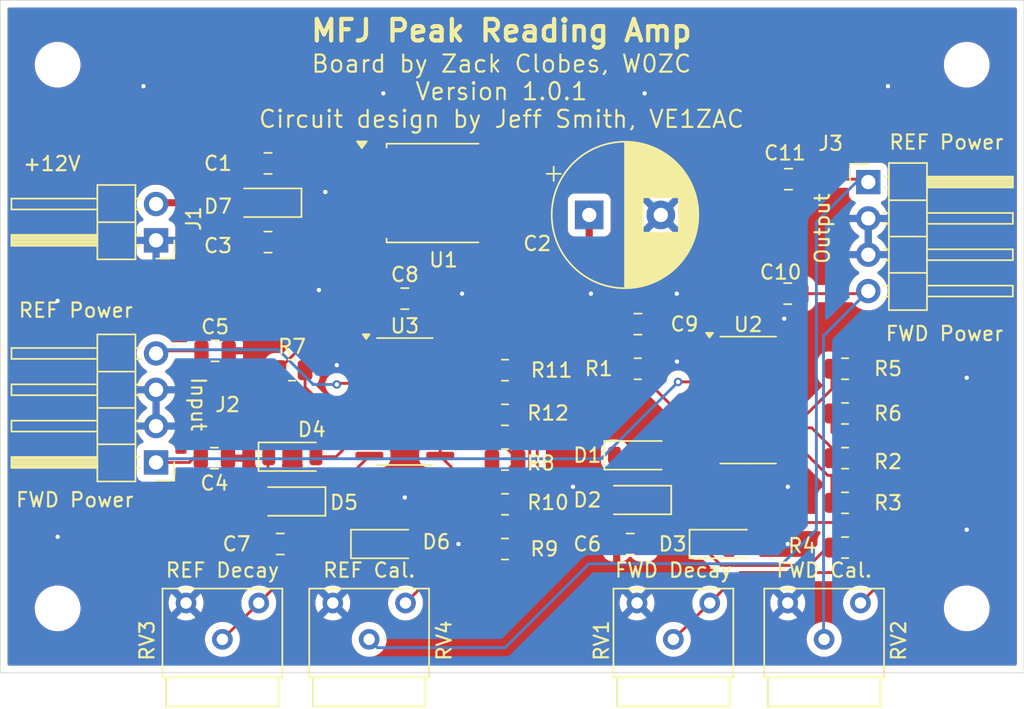
<source format=kicad_pcb>
(kicad_pcb (version 20240108) (generator "pcbnew") (generator_version "8.0")
  (layers (0 "F.Cu" signal) (31 "B.Cu" signal) (34 "B.Paste" user) (35 "F.Paste" user) (36 "B.SilkS" user "B.Silkscreen") (37 "F.SilkS" user "F.Silkscreen") (38 "B.Mask" user) (39 "F.Mask" user) (44 "Edge.Cuts" user))
  (net 0 "")
  (net 1 "Net-(J2-Pin_1)")
  (net 2 "GND")
  (net 3 "Net-(J2-Pin_4)")
  (net 4 "Net-(D1-K)")
  (net 5 "Net-(D1-A)")
  (net 6 "Net-(D2-K)")
  (net 7 "Net-(D3-K)")
  (net 8 "Net-(D4-K)")
  (net 9 "Net-(D4-A)")
  (net 10 "Net-(D5-K)")
  (net 11 "Net-(D6-K)")
  (net 12 "Net-(U2B-+)")
  (net 13 "Net-(U2A--)")
  (net 14 "Net-(U2C--)")
  (net 15 "Net-(R4-Pad2)")
  (net 16 "Net-(U2C-+)")
  (net 17 "Net-(J3-Pin_4)")
  (net 18 "Net-(U3A--)")
  (net 19 "Net-(U3B-+)")
  (net 20 "Net-(U3C--)")
  (net 21 "Net-(R9-Pad2)")
  (net 22 "Net-(U3C-+)")
  (net 23 "Net-(J3-Pin_1)")
  (net 24 "Net-(D7-K)")
  (net 25 "+8V")
  (net 26 "Net-(R6-Pad1)")
  (net 27 "Net-(R12-Pad1)")
  (net 30 "Net-(D7-A)")
  (footprint "Resistor_SMD:R_0805_2012Metric" (layer "F.Cu") (at 110.25 129.1)
    (property "Reference" "R8" (at 2.5 0.25 0) (layer "F.SilkS"))
    (property "Value" "22k" (hide yes))
    (pad "1" smd roundrect (at -0.9125 0) (size 1.025 1.4) (layers "F.Cu" "F.Paste" "F.Mask") (roundrect_rratio 0.243902) (net 9 "Net-(D4-A)"))
    (pad "2" smd roundrect (at 0.9125 0) (size 1.025 1.4) (layers "F.Cu" "F.Paste" "F.Mask") (roundrect_rratio 0.243902) (net 20 "Net-(U3C--)"))
  )
  (footprint "Resistor_SMD:R_0805_2012Metric" (layer "F.Cu") (at 134 122.75)
    (property "Reference" "R5" (at 3 0 0) (layer "F.SilkS"))
    (property "Value" "10k" (hide yes))
    (pad "1" smd roundrect (at -0.9125 0) (size 1.025 1.4) (layers "F.Cu" "F.Paste" "F.Mask") (roundrect_rratio 0.243902) (net 16 "Net-(U2C-+)"))
    (pad "2" smd roundrect (at 0.9125 0) (size 1.025 1.4) (layers "F.Cu" "F.Paste" "F.Mask") (roundrect_rratio 0.243902) (net 7 "Net-(D3-K)"))
  )
  (footprint "Capacitor_THT:CP_Radial_D10.0mm_P5.00mm" (layer "F.Cu") (at 116.132323 112)
    (property "Reference" "C2" (at -3.632323 2 0) (layer "F.SilkS"))
    (property "Value" "100uF" (hide yes))
    (pad "1" thru_hole rect (at 0 0) (size 2 2) (drill 1) (layers "*.Cu" "*.Mask") (net 25 "+8V"))
    (pad "2" thru_hole circle (at 5 0) (size 2 2) (drill 1) (layers "*.Cu" "*.Mask") (net 2 "GND"))
  )
  (footprint "MountingHole:MountingHole_2.7mm_M2.5" (layer "F.Cu") (at 142.5 101.5)
    (property "Reference" "H2" (hide yes))
    (property "Value" "MountingHole" (hide yes))
    (pad "" np_thru_hole circle (at 0 0) (size 2.7 2.7) (drill 2.7) (layers "*.Cu" "*.Mask"))
  )
  (footprint "Potentiometer_THT:Potentiometer_Bourns_3339W_Horizontal" (layer "F.Cu") (at 124.55 139.125 -90)
    (property "Reference" "RV1" (at 2.625 7.56 90) (layer "F.SilkS"))
    (property "Value" "1M Pot" (hide yes))
    (property "Label" "FWD Decay" (at -2.29 2.54 0) (layer "F.SilkS"))
    (pad "1" thru_hole circle (at 0 0 270) (size 1.44 1.44) (drill 0.8) (layers "*.Cu" "*.Mask") (net 15 "Net-(R4-Pad2)"))
    (pad "2" thru_hole circle (at 2.54 2.54 270) (size 1.44 1.44) (drill 0.8) (layers "*.Cu" "*.Mask") (net 15 "Net-(R4-Pad2)"))
    (pad "3" thru_hole circle (at 0 5.08 270) (size 1.44 1.44) (drill 0.8) (layers "*.Cu" "*.Mask") (net 2 "GND"))
  )
  (footprint "MountingHole:MountingHole_2.7mm_M2.5" (layer "F.Cu") (at 79 139.5)
    (property "Reference" "H4" (hide yes))
    (property "Value" "MountingHole" (hide yes))
    (pad "" np_thru_hole circle (at 0 0) (size 2.7 2.7) (drill 2.7) (layers "*.Cu" "*.Mask"))
  )
  (footprint "Potentiometer_THT:Potentiometer_Bourns_3339W_Horizontal" (layer "F.Cu") (at 135.08 139.125 -90)
    (property "Reference" "RV2" (at 2.625 -2.67 90) (layer "F.SilkS"))
    (property "Value" "5k" (hide yes))
    (property "Label" "FWD Cal." (at -2.29 2.54 0) (layer "F.SilkS"))
    (pad "1" thru_hole circle (at 0 0 270) (size 1.44 1.44) (drill 0.8) (layers "*.Cu" "*.Mask") (net 26 "Net-(R6-Pad1)"))
    (pad "2" thru_hole circle (at 2.54 2.54 270) (size 1.44 1.44) (drill 0.8) (layers "*.Cu" "*.Mask") (net 17 "Net-(J3-Pin_4)"))
    (pad "3" thru_hole circle (at 0 5.08 270) (size 1.44 1.44) (drill 0.8) (layers "*.Cu" "*.Mask") (net 2 "GND"))
  )
  (footprint "Capacitor_SMD:C_0805_2012Metric" (layer "F.Cu") (at 93.6975 113.8975 180)
    (property "Reference" "C3" (at 3.4975 -0.25 0) (layer "F.SilkS"))
    (property "Value" "10nF" (hide yes))
    (pad "1" smd roundrect (at -0.95 0 180) (size 1 1.45) (layers "F.Cu" "F.Paste" "F.Mask") (net 25 "+8V"))
    (pad "2" smd roundrect (at 0.95 0 180) (size 1 1.45) (layers "F.Cu" "F.Paste" "F.Mask") (net 2 "GND"))
  )
  (footprint "Diode_SMD:D_SOD-123" (layer "F.Cu") (at 95.395 128.9)
    (property "Reference" "D4" (at 1.355 -1.9 0) (layer "F.SilkS"))
    (property "Value" "1N4148" (hide yes))
    (pad "1" smd roundrect (at -1.65 0) (size 0.9 1.2) (layers "F.Cu" "F.Paste" "F.Mask") (net 8 "Net-(D4-K)"))
    (pad "2" smd roundrect (at 1.65 0) (size 0.9 1.2) (layers "F.Cu" "F.Paste" "F.Mask") (net 9 "Net-(D4-A)"))
  )
  (footprint "Potentiometer_THT:Potentiometer_Bourns_3339W_Horizontal" (layer "F.Cu") (at 93.05 139.125 -90)
    (property "Reference" "RV3" (at 2.625 7.8 90) (layer "F.SilkS"))
    (property "Value" "1M Pot" (hide yes))
    (property "Label" "REF Decay" (at -2.29 2.54 0) (layer "F.SilkS"))
    (pad "1" thru_hole circle (at 0 0 270) (size 1.44 1.44) (drill 0.8) (layers "*.Cu" "*.Mask") (net 21 "Net-(R9-Pad2)"))
    (pad "2" thru_hole circle (at 2.54 2.54 270) (size 1.44 1.44) (drill 0.8) (layers "*.Cu" "*.Mask") (net 21 "Net-(R9-Pad2)"))
    (pad "3" thru_hole circle (at 0 5.08 270) (size 1.44 1.44) (drill 0.8) (layers "*.Cu" "*.Mask") (net 2 "GND"))
  )
  (footprint "Resistor_SMD:R_0805_2012Metric" (layer "F.Cu") (at 110.25 122.85)
    (property "Reference" "R11" (at 3.25 0 0) (layer "F.SilkS"))
    (property "Value" "10k" (hide yes))
    (pad "1" smd roundrect (at -0.9125 0) (size 1.025 1.4) (layers "F.Cu" "F.Paste" "F.Mask") (roundrect_rratio 0.243902) (net 22 "Net-(U3C-+)"))
    (pad "2" smd roundrect (at 0.9125 0) (size 1.025 1.4) (layers "F.Cu" "F.Paste" "F.Mask") (roundrect_rratio 0.243902) (net 11 "Net-(D6-K)"))
  )
  (footprint "Resistor_SMD:R_0805_2012Metric" (layer "F.Cu") (at 134 129)
    (property "Reference" "R2" (at 3 0.25 0) (layer "F.SilkS"))
    (property "Value" "22k" (hide yes))
    (pad "1" smd roundrect (at -0.9125 0) (size 1.025 1.4) (layers "F.Cu" "F.Paste" "F.Mask") (roundrect_rratio 0.243902) (net 5 "Net-(D1-A)"))
    (pad "2" smd roundrect (at 0.9125 0) (size 1.025 1.4) (layers "F.Cu" "F.Paste" "F.Mask") (roundrect_rratio 0.243902) (net 14 "Net-(U2C--)"))
  )
  (footprint "Diode_SMD:D_SOD-123" (layer "F.Cu") (at 101.85 135)
    (property "Reference" "D6" (at 3.605 -0.15 0) (layer "F.SilkS"))
    (property "Value" "1N4148" (hide yes))
    (pad "1" smd roundrect (at -1.65 0) (size 0.9 1.2) (layers "F.Cu" "F.Paste" "F.Mask") (net 11 "Net-(D6-K)"))
    (pad "2" smd roundrect (at 1.65 0) (size 0.9 1.2) (layers "F.Cu" "F.Paste" "F.Mask") (net 10 "Net-(D5-K)"))
  )
  (footprint "Capacitor_SMD:C_0805_2012Metric" (layer "F.Cu") (at 89.95 129)
    (property "Reference" "C4" (at 0 1.75 0) (layer "F.SilkS"))
    (property "Value" "10nF" (hide yes))
    (pad "1" smd roundrect (at -0.95 0) (size 1 1.45) (layers "F.Cu" "F.Paste" "F.Mask") (net 1 "Net-(J2-Pin_1)"))
    (pad "2" smd roundrect (at 0.95 0) (size 1 1.45) (layers "F.Cu" "F.Paste" "F.Mask") (net 2 "GND"))
  )
  (footprint "Potentiometer_THT:Potentiometer_Bourns_3339W_Horizontal" (layer "F.Cu") (at 103.3 139.125 -90)
    (property "Reference" "RV4" (at 2.625 -2.7 90) (layer "F.SilkS"))
    (property "Value" "5k" (hide yes))
    (property "Label" "REF Cal." (at -2.29 2.54 0) (layer "F.SilkS"))
    (pad "1" thru_hole circle (at 0 0 270) (size 1.44 1.44) (drill 0.8) (layers "*.Cu" "*.Mask") (net 27 "Net-(R12-Pad1)"))
    (pad "2" thru_hole circle (at 2.54 2.54 270) (size 1.44 1.44) (drill 0.8) (layers "*.Cu" "*.Mask") (net 23 "Net-(J3-Pin_1)"))
    (pad "3" thru_hole circle (at 0 5.08 270) (size 1.44 1.44) (drill 0.8) (layers "*.Cu" "*.Mask") (net 2 "GND"))
  )
  (footprint "MountingHole:MountingHole_2.7mm_M2.5" (layer "F.Cu") (at 142.5 139.5)
    (property "Reference" "H3" (hide yes))
    (property "Value" "MountingHole" (hide yes))
    (pad "" np_thru_hole circle (at 0 0) (size 2.7 2.7) (drill 2.7) (layers "*.Cu" "*.Mask"))
  )
  (footprint "Capacitor_SMD:C_0805_2012Metric" (layer "F.Cu") (at 103.25 117.85)
    (property "Reference" "C8" (at 0 -1.68 0) (layer "F.SilkS"))
    (property "Value" "10nF" (hide yes))
    (pad "1" smd roundrect (at -0.95 0) (size 1 1.45) (layers "F.Cu" "F.Paste" "F.Mask") (net 25 "+8V"))
    (pad "2" smd roundrect (at 0.95 0) (size 1 1.45) (layers "F.Cu" "F.Paste" "F.Mask") (net 2 "GND"))
  )
  (footprint "Resistor_SMD:R_0805_2012Metric" (layer "F.Cu") (at 110.25 125.975 180)
    (property "Reference" "R12" (at -3 0.125 0) (layer "F.SilkS"))
    (property "Value" "10k" (hide yes))
    (pad "1" smd roundrect (at -0.9125 0 180) (size 1.025 1.4) (layers "F.Cu" "F.Paste" "F.Mask") (roundrect_rratio 0.243902) (net 27 "Net-(R12-Pad1)"))
    (pad "2" smd roundrect (at 0.9125 0 180) (size 1.025 1.4) (layers "F.Cu" "F.Paste" "F.Mask") (roundrect_rratio 0.243902) (net 20 "Net-(U3C--)"))
  )
  (footprint "Resistor_SMD:R_0805_2012Metric" (layer "F.Cu") (at 134 132.125)
    (property "Reference" "R3" (at 3 0 0) (layer "F.SilkS"))
    (property "Value" "1M" (hide yes))
    (pad "1" smd roundrect (at -0.9125 0) (size 1.025 1.4) (layers "F.Cu" "F.Paste" "F.Mask") (roundrect_rratio 0.243902) (net 14 "Net-(U2C--)"))
    (pad "2" smd roundrect (at 0.9125 0) (size 1.025 1.4) (layers "F.Cu" "F.Paste" "F.Mask") (roundrect_rratio 0.243902) (net 6 "Net-(D2-K)"))
  )
  (footprint "Capacitor_SMD:C_0805_2012Metric" (layer "F.Cu") (at 119.535 119.63 180)
    (property "Reference" "C9" (at -3.25 0 0) (layer "F.SilkS"))
    (property "Value" "10nF" (hide yes))
    (pad "1" smd roundrect (at -0.95 0 180) (size 1 1.45) (layers "F.Cu" "F.Paste" "F.Mask") (net 25 "+8V"))
    (pad "2" smd roundrect (at 0.95 0 180) (size 1 1.45) (layers "F.Cu" "F.Paste" "F.Mask") (net 2 "GND"))
  )
  (footprint "Capacitor_SMD:C_0805_2012Metric" (layer "F.Cu") (at 130 117.5 180)
    (property "Reference" "C10" (at 0.5 1.5 0) (layer "F.SilkS"))
    (property "Value" "10nF" (hide yes))
    (pad "1" smd roundrect (at -0.95 0 180) (size 1 1.45) (layers "F.Cu" "F.Paste" "F.Mask") (net 17 "Net-(J3-Pin_4)"))
    (pad "2" smd roundrect (at 0.95 0 180) (size 1 1.45) (layers "F.Cu" "F.Paste" "F.Mask") (net 2 "GND"))
  )
  (footprint "Capacitor_SMD:C_0805_2012Metric" (layer "F.Cu") (at 90 121.5)
    (property "Reference" "C5" (at 0 -1.68 0) (layer "F.SilkS"))
    (property "Value" "10nF" (hide yes))
    (pad "1" smd roundrect (at -0.95 0) (size 1 1.45) (layers "F.Cu" "F.Paste" "F.Mask") (net 3 "Net-(J2-Pin_4)"))
    (pad "2" smd roundrect (at 0.95 0) (size 1 1.45) (layers "F.Cu" "F.Paste" "F.Mask") (net 2 "GND"))
  )
  (footprint "Capacitor_SMD:C_0805_2012Metric" (layer "F.Cu") (at 94.55 135 180)
    (property "Reference" "C7" (at 3.05 0 0) (layer "F.SilkS"))
    (property "Value" "2.2uF" (hide yes))
    (pad "1" smd roundrect (at -0.95 0 180) (size 1 1.45) (layers "F.Cu" "F.Paste" "F.Mask") (net 11 "Net-(D6-K)"))
    (pad "2" smd roundrect (at 0.95 0 180) (size 1 1.45) (layers "F.Cu" "F.Paste" "F.Mask") (net 2 "GND"))
  )
  (footprint "Diode_SMD:D_SOD-123" (layer "F.Cu") (at 119.545 128.8)
    (property "Reference" "D1" (at -3.545 0 0) (layer "F.SilkS"))
    (property "Value" "1N4148" (hide yes))
    (pad "1" smd roundrect (at -1.65 0) (size 0.9 1.2) (layers "F.Cu" "F.Paste" "F.Mask") (net 4 "Net-(D1-K)"))
    (pad "2" smd roundrect (at 1.65 0) (size 0.9 1.2) (layers "F.Cu" "F.Paste" "F.Mask") (net 5 "Net-(D1-A)"))
  )
  (footprint "Connector_PinHeader_2.54mm:PinHeader_1x02_P2.54mm_Horizontal" (layer "F.Cu") (at 85.875 113.775 180)
    (property "Reference" "J1" (at -2.625 1.525 90) (layer "F.SilkS"))
    (property "Value" "Conn_01x02_Pin" (hide yes))
    (pad "1" thru_hole rect (at 0 0 180) (size 1.7 1.7) (drill 1) (layers "*.Cu" "*.Mask") (net 2 "GND"))
    (pad "2" thru_hole oval (at 0 2.54 180) (size 1.7 1.7) (drill 1) (layers "*.Cu" "*.Mask") (net 30 "Net-(D7-A)"))
  )
  (footprint "Capacitor_SMD:C_0805_2012Metric" (layer "F.Cu") (at 119 135 180)
    (property "Reference" "C6" (at 3 0 0) (layer "F.SilkS"))
    (property "Value" "2.2uF" (hide yes))
    (pad "1" smd roundrect (at -0.95 0 180) (size 1 1.45) (layers "F.Cu" "F.Paste" "F.Mask") (net 7 "Net-(D3-K)"))
    (pad "2" smd roundrect (at 0.95 0 180) (size 1 1.45) (layers "F.Cu" "F.Paste" "F.Mask") (net 2 "GND"))
  )
  (footprint "Package_SO:SOIC-14_3.9x8.7mm_P1.27mm" (layer "F.Cu") (at 127.235 124.94)
    (property "Reference" "U2" (at 0 -5.28 0) (layer "F.SilkS"))
    (property "Value" "LM324")
    (pad "1" smd roundrect (at -2.475 -3.81) (size 1.95 0.6) (layers "F.Cu" "F.Paste" "F.Mask") (net 13 "Net-(U2A--)"))
    (pad "2" smd roundrect (at -2.475 -2.54) (size 1.95 0.6) (layers "F.Cu" "F.Paste" "F.Mask") (net 13 "Net-(U2A--)"))
    (pad "3" smd roundrect (at -2.475 -1.27) (size 1.95 0.6) (layers "F.Cu" "F.Paste" "F.Mask") (net 1 "Net-(J2-Pin_1)"))
    (pad "4" smd roundrect (at -2.475 0) (size 1.95 0.6) (layers "F.Cu" "F.Paste" "F.Mask") (net 25 "+8V"))
    (pad "5" smd roundrect (at -2.475 1.27) (size 1.95 0.6) (layers "F.Cu" "F.Paste" "F.Mask") (net 12 "Net-(U2B-+)"))
    (pad "6" smd roundrect (at -2.475 2.54) (size 1.95 0.6) (layers "F.Cu" "F.Paste" "F.Mask") (net 5 "Net-(D1-A)"))
    (pad "7" smd roundrect (at -2.475 3.81) (size 1.95 0.6) (layers "F.Cu" "F.Paste" "F.Mask") (net 4 "Net-(D1-K)"))
    (pad "8" smd roundrect (at 2.475 3.81) (size 1.95 0.6) (layers "F.Cu" "F.Paste" "F.Mask") (net 14 "Net-(U2C--)"))
    (pad "9" smd roundrect (at 2.475 2.54) (size 1.95 0.6) (layers "F.Cu" "F.Paste" "F.Mask") (net 14 "Net-(U2C--)"))
    (pad "10" smd roundrect (at 2.475 1.27) (size 1.95 0.6) (layers "F.Cu" "F.Paste" "F.Mask") (net 16 "Net-(U2C-+)"))
    (pad "11" smd roundrect (at 2.475 0) (size 1.95 0.6) (layers "F.Cu" "F.Paste" "F.Mask") (net 2 "GND"))
    (pad "12" smd roundrect (at 2.475 -1.27) (size 1.95 0.6) (layers "F.Cu" "F.Paste" "F.Mask") (net 2 "GND"))
    (pad "13" smd roundrect (at 2.475 -2.54) (size 1.95 0.6) (layers "F.Cu" "F.Paste" "F.Mask") (net 2 "GND"))
    (pad "14" smd roundrect (at 2.475 -3.81) (size 1.95 0.6) (layers "F.Cu" "F.Paste" "F.Mask"))
  )
  (footprint "Diode_SMD:D_SOD-123" (layer "F.Cu") (at 95.35 132.025 180)
    (property "Reference" "D5" (at -3.65 -0.075 0) (layer "F.SilkS"))
    (property "Value" "1N4148" (hide yes))
    (pad "1" smd roundrect (at -1.65 0 180) (size 0.9 1.2) (layers "F.Cu" "F.Paste" "F.Mask") (net 10 "Net-(D5-K)"))
    (pad "2" smd roundrect (at 1.65 0 180) (size 0.9 1.2) (layers "F.Cu" "F.Paste" "F.Mask") (net 8 "Net-(D4-K)"))
  )
  (footprint "Resistor_SMD:R_0805_2012Metric" (layer "F.Cu") (at 134 125.875 180)
    (property "Reference" "R6" (at -3 0 0) (layer "F.SilkS"))
    (property "Value" "10k" (hide yes))
    (pad "1" smd roundrect (at -0.9125 0 180) (size 1.025 1.4) (layers "F.Cu" "F.Paste" "F.Mask") (roundrect_rratio 0.243902) (net 26 "Net-(R6-Pad1)"))
    (pad "2" smd roundrect (at 0.9125 0 180) (size 1.025 1.4) (layers "F.Cu" "F.Paste" "F.Mask") (roundrect_rratio 0.243902) (net 14 "Net-(U2C--)"))
  )
  (footprint "Connector_PinHeader_2.54mm:PinHeader_1x04_P2.54mm_Horizontal" (layer "F.Cu") (at 135.625 109.7)
    (property "Reference" "J3" (at -2.625 -2.7 180) (layer "F.SilkS"))
    (property "Value" "Conn_01x04_Pin" (hide yes))
    (pad "1" thru_hole rect (at 0 0) (size 1.7 1.7) (drill 1) (layers "*.Cu" "*.Mask") (net 23 "Net-(J3-Pin_1)"))
    (pad "2" thru_hole oval (at 0 2.54) (size 1.7 1.7) (drill 1) (layers "*.Cu" "*.Mask") (net 2 "GND"))
    (pad "3" thru_hole oval (at 0 5.08) (size 1.7 1.7) (drill 1) (layers "*.Cu" "*.Mask") (net 2 "GND"))
    (pad "4" thru_hole oval (at 0 7.62) (size 1.7 1.7) (drill 1) (layers "*.Cu" "*.Mask") (net 17 "Net-(J3-Pin_4)"))
  )
  (footprint "Diode_SMD:D_SOD-123" (layer "F.Cu") (at 119.5 131.925 180)
    (property "Reference" "D2" (at 3.5 0 0) (layer "F.SilkS"))
    (property "Value" "1N4148" (hide yes))
    (pad "1" smd roundrect (at -1.65 0 180) (size 0.9 1.2) (layers "F.Cu" "F.Paste" "F.Mask") (net 6 "Net-(D2-K)"))
    (pad "2" smd roundrect (at 1.65 0 180) (size 0.9 1.2) (layers "F.Cu" "F.Paste" "F.Mask") (net 4 "Net-(D1-K)"))
  )
  (footprint "Diode_SMD:D_SOD-123" (layer "F.Cu") (at 125.5 135)
    (property "Reference" "D3" (at -3.545 0 0) (layer "F.SilkS"))
    (property "Value" "1N4148" (hide yes))
    (pad "1" smd roundrect (at -1.65 0) (size 0.9 1.2) (layers "F.Cu" "F.Paste" "F.Mask") (net 7 "Net-(D3-K)"))
    (pad "2" smd roundrect (at 1.65 0) (size 0.9 1.2) (layers "F.Cu" "F.Paste" "F.Mask") (net 6 "Net-(D2-K)"))
  )
  (footprint "Connector_PinHeader_2.54mm:PinHeader_1x04_P2.54mm_Horizontal" (layer "F.Cu") (at 85.875 129.3 180)
    (property "Reference" "J2" (at -5 4.04 180) (layer "F.SilkS"))
    (property "Value" "Conn_01x04_Pin" (hide yes))
    (pad "1" thru_hole rect (at 0 0 180) (size 1.7 1.7) (drill 1) (layers "*.Cu" "*.Mask") (net 1 "Net-(J2-Pin_1)"))
    (pad "2" thru_hole oval (at 0 2.54 180) (size 1.7 1.7) (drill 1) (layers "*.Cu" "*.Mask") (net 2 "GND"))
    (pad "3" thru_hole oval (at 0 5.08 180) (size 1.7 1.7) (drill 1) (layers "*.Cu" "*.Mask") (net 2 "GND"))
    (pad "4" thru_hole oval (at 0 7.62 180) (size 1.7 1.7) (drill 1) (layers "*.Cu" "*.Mask") (net 3 "Net-(J2-Pin_4)"))
  )
  (footprint "Resistor_SMD:R_0805_2012Metric" (layer "F.Cu") (at 110.25 135.35)
    (property "Reference" "R9" (at 2.75 0 0) (layer "F.SilkS"))
    (property "Value" "10k" (hide yes))
    (pad "1" smd roundrect (at -0.9125 0) (size 1.025 1.4) (layers "F.Cu" "F.Paste" "F.Mask") (roundrect_rratio 0.243902) (net 11 "Net-(D6-K)"))
    (pad "2" smd roundrect (at 0.9125 0) (size 1.025 1.4) (layers "F.Cu" "F.Paste" "F.Mask") (roundrect_rratio 0.243902) (net 21 "Net-(R9-Pad2)"))
  )
  (footprint "Resistor_SMD:R_0805_2012Metric" (layer "F.Cu") (at 134 135.25)
    (property "Reference" "R4" (at -3 -0.12 0) (layer "F.SilkS"))
    (property "Value" "10k" (hide yes))
    (pad "1" smd roundrect (at -0.9125 0) (size 1.025 1.4) (layers "F.Cu" "F.Paste" "F.Mask") (roundrect_rratio 0.243902) (net 7 "Net-(D3-K)"))
    (pad "2" smd roundrect (at 0.9125 0) (size 1.025 1.4) (layers "F.Cu" "F.Paste" "F.Mask") (roundrect_rratio 0.243902) (net 15 "Net-(R4-Pad2)"))
  )
  (footprint "Capacitor_SMD:C_0805_2012Metric" (layer "F.Cu") (at 130.05 109.5 180)
    (property "Reference" "C11" (at 0.25 1.83 0) (layer "F.SilkS"))
    (property "Value" "10nF" (hide yes))
    (pad "1" smd roundrect (at -0.95 0 180) (size 1 1.45) (layers "F.Cu" "F.Paste" "F.Mask") (net 23 "Net-(J3-Pin_1)"))
    (pad "2" smd roundrect (at 0.95 0 180) (size 1 1.45) (layers "F.Cu" "F.Paste" "F.Mask") (net 2 "GND"))
  )
  (footprint "Resistor_SMD:R_0805_2012Metric" (layer "F.Cu") (at 110.25 132.225)
    (property "Reference" "R10" (at 3 -0.125 0) (layer "F.SilkS"))
    (property "Value" "1M" (hide yes))
    (pad "1" smd roundrect (at -0.9125 0) (size 1.025 1.4) (layers "F.Cu" "F.Paste" "F.Mask") (roundrect_rratio 0.243902) (net 20 "Net-(U3C--)"))
    (pad "2" smd roundrect (at 0.9125 0) (size 1.025 1.4) (layers "F.Cu" "F.Paste" "F.Mask") (roundrect_rratio 0.243902) (net 10 "Net-(D5-K)"))
  )
  (footprint "Package_TO_SOT_SMD:TO-252-3_TabPin2" (layer "F.Cu") (at 105.29 110.47)
    (property "Reference" "U1" (at 0.66 4.6775 180) (layer "F.SilkS"))
    (property "Value" "LM7808_TO220" (hide yes))
    (pad "1" smd roundrect (at -5.04 -2.28) (size 2.2 1.2) (layers "F.Cu" "F.Paste" "F.Mask") (roundrect_rratio 0.208333) (net 24 "Net-(D7-K)"))
    (pad "2" smd roundrect (at -5.04 0) (size 2.2 1.2) (layers "F.Cu" "F.Paste" "F.Mask") (roundrect_rratio 0.208333) (net 2 "GND"))
    (pad "2" smd roundrect (at -0.415 -1.525) (size 3.05 2.75) (layers "F.Cu" "F.Paste") (roundrect_rratio 0.090909) (net 2 "GND"))
    (pad "2" smd roundrect (at -0.415 1.525) (size 3.05 2.75) (layers "F.Cu" "F.Paste") (roundrect_rratio 0.090909) (net 2 "GND"))
    (pad "2" smd roundrect (at 1.26 0) (size 6.4 5.8) (layers "F.Cu" "F.Mask") (roundrect_rratio 0.043103) (net 2 "GND"))
    (pad "2" smd roundrect (at 2.935 -1.525) (size 3.05 2.75) (layers "F.Cu" "F.Paste") (roundrect_rratio 0.090909) (net 2 "GND"))
    (pad "2" smd roundrect (at 2.935 1.525) (size 3.05 2.75) (layers "F.Cu" "F.Paste") (roundrect_rratio 0.090909) (net 2 "GND"))
    (pad "3" smd roundrect (at -5.04 2.28) (size 2.2 1.2) (layers "F.Cu" "F.Paste" "F.Mask") (roundrect_rratio 0.208333) (net 25 "+8V"))
  )
  (footprint "Capacitor_SMD:C_0805_2012Metric" (layer "F.Cu") (at 93.6975 108.3975 180)
    (property "Reference" "C1" (at 3.4975 0 0) (layer "F.SilkS"))
    (property "Value" "10nF" (hide yes))
    (pad "1" smd roundrect (at -0.95 0 180) (size 1 1.45) (layers "F.Cu" "F.Paste" "F.Mask") (net 24 "Net-(D7-K)"))
    (pad "2" smd roundrect (at 0.95 0 180) (size 1 1.45) (layers "F.Cu" "F.Paste" "F.Mask") (net 2 "GND"))
  )
  (footprint "Resistor_SMD:R_0805_2012Metric" (layer "F.Cu") (at 95.3725 122.85)
    (property "Reference" "R7" (at 0 -1.65 0) (layer "F.SilkS"))
    (property "Value" "10k" (hide yes))
    (pad "1" smd roundrect (at -0.9125 0) (size 1.025 1.4) (layers "F.Cu" "F.Paste" "F.Mask") (roundrect_rratio 0.243902) (net 18 "Net-(U3A--)"))
    (pad "2" smd roundrect (at 0.9125 0) (size 1.025 1.4) (layers "F.Cu" "F.Paste" "F.Mask") (roundrect_rratio 0.243902) (net 19 "Net-(U3B-+)"))
  )
  (footprint "MountingHole:MountingHole_2.7mm_M2.5" (layer "F.Cu") (at 79 101.5)
    (property "Reference" "H1" (hide yes))
    (property "Value" "MountingHole" (hide yes))
    (pad "" np_thru_hole circle (at 0 0) (size 2.7 2.7) (drill 2.7) (layers "*.Cu" "*.Mask"))
  )
  (footprint "Resistor_SMD:R_0805_2012Metric" (layer "F.Cu") (at 119.5225 122.75)
    (property "Reference" "R1" (at -2.7275 0 0) (layer "F.SilkS"))
    (property "Value" "10k" (hide yes))
    (pad "1" smd roundrect (at -0.9125 0) (size 1.025 1.4) (layers "F.Cu" "F.Paste" "F.Mask") (roundrect_rratio 0.243902) (net 13 "Net-(U2A--)"))
    (pad "2" smd roundrect (at 0.9125 0) (size 1.025 1.4) (layers "F.Cu" "F.Paste" "F.Mask") (roundrect_rratio 0.243902) (net 12 "Net-(U2B-+)"))
  )
  (footprint "Package_SO:SOIC-14_3.9x8.7mm_P1.27mm" (layer "F.Cu") (at 103.25 125.04)
    (property "Reference" "U3" (at 0 -5.28 0) (layer "F.SilkS"))
    (property "Value" "LM324")
    (pad "1" smd roundrect (at -2.475 -3.81) (size 1.95 0.6) (layers "F.Cu" "F.Paste" "F.Mask") (net 18 "Net-(U3A--)"))
    (pad "2" smd roundrect (at -2.475 -2.54) (size 1.95 0.6) (layers "F.Cu" "F.Paste" "F.Mask") (net 18 "Net-(U3A--)"))
    (pad "3" smd roundrect (at -2.475 -1.27) (size 1.95 0.6) (layers "F.Cu" "F.Paste" "F.Mask") (net 3 "Net-(J2-Pin_4)"))
    (pad "4" smd roundrect (at -2.475 0) (size 1.95 0.6) (layers "F.Cu" "F.Paste" "F.Mask") (net 25 "+8V"))
    (pad "5" smd roundrect (at -2.475 1.27) (size 1.95 0.6) (layers "F.Cu" "F.Paste" "F.Mask") (net 19 "Net-(U3B-+)"))
    (pad "6" smd roundrect (at -2.475 2.54) (size 1.95 0.6) (layers "F.Cu" "F.Paste" "F.Mask") (net 9 "Net-(D4-A)"))
    (pad "7" smd roundrect (at -2.475 3.81) (size 1.95 0.6) (layers "F.Cu" "F.Paste" "F.Mask") (net 8 "Net-(D4-K)"))
    (pad "8" smd roundrect (at 2.475 3.81) (size 1.95 0.6) (layers "F.Cu" "F.Paste" "F.Mask") (net 20 "Net-(U3C--)"))
    (pad "9" smd roundrect (at 2.475 2.54) (size 1.95 0.6) (layers "F.Cu" "F.Paste" "F.Mask") (net 20 "Net-(U3C--)"))
    (pad "10" smd roundrect (at 2.475 1.27) (size 1.95 0.6) (layers "F.Cu" "F.Paste" "F.Mask") (net 22 "Net-(U3C-+)"))
    (pad "11" smd roundrect (at 2.475 0) (size 1.95 0.6) (layers "F.Cu" "F.Paste" "F.Mask") (net 2 "GND"))
    (pad "12" smd roundrect (at 2.475 -1.27) (size 1.95 0.6) (layers "F.Cu" "F.Paste" "F.Mask") (net 2 "GND"))
    (pad "13" smd roundrect (at 2.475 -2.54) (size 1.95 0.6) (layers "F.Cu" "F.Paste" "F.Mask") (net 2 "GND"))
    (pad "14" smd roundrect (at 2.475 -3.81) (size 1.95 0.6) (layers "F.Cu" "F.Paste" "F.Mask"))
  )
  (footprint "Diode_SMD:D_SOD-123" (layer "F.Cu") (at 93.675 111.1475 180)
    (property "Reference" "D7" (at 3.475 -0.25 0) (layer "F.SilkS"))
    (property "Value" "1N4148" (hide yes))
    (pad "1" smd roundrect (at -1.65 0 180) (size 0.9 1.2) (layers "F.Cu" "F.Paste" "F.Mask") (net 24 "Net-(D7-K)"))
    (pad "2" smd roundrect (at 1.65 0 180) (size 0.9 1.2) (layers "F.Cu" "F.Paste" "F.Mask") (net 30 "Net-(D7-A)"))
  )
  (gr_line (start 146.5 144) (end 75 144) (stroke (width 0.05)) (layer "Edge.Cuts"))
  (gr_line (start 75 97) (end 146.5 97) (stroke (width 0.05)) (layer "Edge.Cuts"))
  (gr_line (start 146.5 97) (end 146.5 144) (stroke (width 0.05)) (layer "Edge.Cuts"))
  (gr_line (start 75 144) (end 75 97) (stroke (width 0.05)) (layer "Edge.Cuts"))
  (gr_text "Input" (at 88.25 123.25 -90) (layer "F.SilkS") (effects (font (size 1 1)) (justify left bottom)))
  (gr_text "Board by Zack Clobes, W0ZC\nVersion 1.0.1\nCircuit design by Jeff Smith, VE1ZAC" (at 110 106 0) (layer "F.SilkS") (effects (font (size 1.2 1.2)) (justify bottom)))
  (gr_text "FWD Power" (at 76 132.5 0) (layer "F.SilkS") (effects (font (size 1 1)) (justify left bottom)))
  (gr_text "MFJ Peak Reading Amp\n" (at 110 100 0) (layer "F.SilkS") (effects (font (size 1.5 1.5) (thickness 0.3) (bold yes)) (justify bottom)))
  (gr_text "+12V" (at 76.5 109 0) (layer "F.SilkS") (effects (font (size 1 1)) (justify left bottom)))
  (gr_text "FWD Power" (at 136.75 120.88 0) (layer "F.SilkS") (effects (font (size 1 1)) (justify left bottom)))
  (gr_text "Output" (at 133 115.5 90) (layer "F.SilkS") (effects (font (size 1 1)) (justify left bottom)))
  (gr_text "REF Power" (at 76.190476 119.25 0) (layer "F.SilkS") (effects (font (size 1 1)) (justify left bottom)))
  (gr_text "REF Power" (at 137 107.5 0) (layer "F.SilkS") (effects (font (size 1 1)) (justify left bottom)))
  (segment (start 88.2 129.3) (end 85.875 129.3) (width 0.2) (layer "F.Cu") (net 1))
  (segment (start 122.34 123.67) (end 124.76 123.67) (width 0.2) (layer "F.Cu") (net 1))
  (segment (start 89 129) (end 88.5 129) (width 0.2) (layer "F.Cu") (net 1))
  (segment (start 88.5 129) (end 88.2 129.3) (width 0.2) (layer "F.Cu") (net 1))
  (via (at 122.34 123.67) (size 0.6) (drill 0.3) (layers "F.Cu" "B.Cu") (net 1))
  (segment (start 117 129.04) (end 86.25 129.04) (width 0.2) (layer "B.Cu") (net 1))
  (segment (start 117 129.01) (end 117 129.04) (width 0.2) (layer "B.Cu") (net 1))
  (segment (start 122.34 123.67) (end 117 129.01) (width 0.2) (layer "B.Cu") (net 1))
  (via (at 116.25 117.5) (size 0.6) (drill 0.3) (layers "F.Cu" "B.Cu") (net 2))
  (via (at 107.25 117.5) (size 0.6) (drill 0.3) (layers "F.Cu" "B.Cu") (net 2))
  (via (at 79 134.5) (size 0.6) (drill 0.3) (layers "F.Cu" "B.Cu") (net 2))
  (via (at 97.25 117.25) (size 0.6) (drill 0.3) (layers "F.Cu" "B.Cu") (net 2))
  (via (at 142.5 134) (size 0.6) (drill 0.3) (layers "F.Cu" "B.Cu") (net 2))
  (via (at 97.7 110.3975) (size 0.6) (drill 0.3) (layers "F.Cu" "B.Cu") (net 2))
  (via (at 122.26 122.25) (size 0.6) (drill 0.3) (layers "F.Cu" "B.Cu") (net 2))
  (via (at 120 103.5) (size 0.6) (drill 0.3) (layers "F.Cu" "B.Cu") (net 2))
  (via (at 122.25 117.5) (size 0.6) (drill 0.3) (layers "F.Cu" "B.Cu") (net 2))
  (via (at 103.25 131.75) (size 0.6) (drill 0.3) (layers "F.Cu" "B.Cu") (net 2))
  (via (at 107 135) (size 0.6) (drill 0.3) (layers "F.Cu" "B.Cu") (net 2))
  (via (at 129.75 119.25) (size 0.6) (drill 0.3) (layers "F.Cu" "B.Cu") (net 2))
  (via (at 98.5 122.5) (size 0.6) (drill 0.3) (layers "F.Cu" "B.Cu") (net 2))
  (via (at 130 131) (size 0.6) (drill 0.3) (layers "F.Cu" "B.Cu") (net 2))
  (via (at 79 118) (size 0.6) (drill 0.3) (layers "F.Cu" "B.Cu") (net 2))
  (via (at 137 103) (size 0.6) (drill 0.3) (layers "F.Cu" "B.Cu") (net 2))
  (via (at 130 135) (size 0.6) (drill 0.3) (layers "F.Cu" "B.Cu") (net 2))
  (via (at 115 131) (size 0.6) (drill 0.3) (layers "F.Cu" "B.Cu") (net 2))
  (via (at 85 103) (size 0.6) (drill 0.3) (layers "F.Cu" "B.Cu") (net 2))
  (via (at 101.75 103.5) (size 0.6) (drill 0.3) (layers "F.Cu" "B.Cu") (net 2))
  (via (at 142.5 123.38) (size 0.6) (drill 0.3) (layers "F.Cu" "B.Cu") (net 2))
  (segment (start 98.58 123.77) (end 98.5 123.85) (width 0.2) (layer "F.Cu") (net 3))
  (segment (start 100.775 123.77) (end 98.58 123.77) (width 0.2) (layer "F.Cu") (net 3))
  (segment (start 89.05 121.5) (end 86.055 121.5) (width 0.2) (layer "F.Cu") (net 3))
  (segment (start 86.055 121.5) (end 85.875 121.68) (width 0.2) (layer "F.Cu") (net 3))
  (via (at 98.5 123.85) (size 0.6) (drill 0.3) (layers "F.Cu" "B.Cu") (net 3))
  (segment (start 98.5 123.85) (end 96.85 123.85) (width 0.2) (layer "B.Cu") (net 3))
  (segment (start 94.42 121.42) (end 86.25 121.42) (width 0.2) (layer "B.Cu") (net 3))
  (segment (start 96.85 123.85) (end 94.42 121.42) (width 0.2) (layer "B.Cu") (net 3))
  (segment (start 117.85 128.845) (end 117.895 128.8) (width 0.2) (layer "F.Cu") (net 4))
  (segment (start 124.76 128.75) (end 123.13 130.38) (width 0.2) (layer "F.Cu") (net 4))
  (segment (start 117.895 130.38) (end 117.895 131.88) (width 0.2) (layer "F.Cu") (net 4))
  (segment (start 117.895 128.8) (end 117.895 130.38) (width 0.2) (layer "F.Cu") (net 4))
  (segment (start 123.13 130.38) (end 117.895 130.38) (width 0.2) (layer "F.Cu") (net 4))
  (segment (start 117.895 131.88) (end 117.85 131.925) (width 0.2) (layer "F.Cu") (net 4))
  (segment (start 125.36 126.88) (end 131.6675 126.88) (width 0.2) (layer "F.Cu") (net 5))
  (segment (start 124.76 127.48) (end 125.36 126.88) (width 0.2) (layer "F.Cu") (net 5))
  (segment (start 122.515 127.48) (end 121.195 128.8) (width 0.2) (layer "F.Cu") (net 5))
  (segment (start 131.6675 126.88) (end 133.0875 128.3) (width 0.2) (layer "F.Cu") (net 5))
  (segment (start 124.76 127.48) (end 122.515 127.48) (width 0.2) (layer "F.Cu") (net 5))
  (segment (start 133.0875 128.3) (end 133.0875 129) (width 0.2) (layer "F.Cu") (net 5))
  (segment (start 133.5375 133.5) (end 134.9125 132.125) (width 0.2) (layer "F.Cu") (net 6))
  (segment (start 121.15 131.925) (end 125.425 131.925) (width 0.2) (layer "F.Cu") (net 6))
  (segment (start 127.15 133.65) (end 127 133.5) (width 0.2) (layer "F.Cu") (net 6))
  (segment (start 127 133.5) (end 125.425 131.925) (width 0.2) (layer "F.Cu") (net 6))
  (segment (start 127.15 135) (end 127.15 133.65) (width 0.2) (layer "F.Cu") (net 6))
  (segment (start 133.5375 133.5) (end 127 133.5) (width 0.2) (layer "F.Cu") (net 6))
  (segment (start 134.1 126.559744) (end 135.725 128.184744) (width 0.2) (layer "F.Cu") (net 7))
  (segment (start 125.35 136.5) (end 123.85 135) (width 0.2) (layer "F.Cu") (net 7))
  (segment (start 134.4575 133.88) (end 133.0875 135.25) (width 0.2) (layer "F.Cu") (net 7))
  (segment (start 132.75 135.25) (end 131.5 136.5) (width 0.2) (layer "F.Cu") (net 7))
  (segment (start 131.5 136.5) (end 125.35 136.5) (width 0.2) (layer "F.Cu") (net 7))
  (segment (start 135.725 128.184744) (end 135.725 133.405) (width 0.2) (layer "F.Cu") (net 7))
  (segment (start 133.0875 135.25) (end 132.75 135.25) (width 0.2) (layer "F.Cu") (net 7))
  (segment (start 135.25 133.88) (end 134.4575 133.88) (width 0.2) (layer "F.Cu") (net 7))
  (segment (start 123.85 135) (end 119.95 135) (width 0.2) (layer "F.Cu") (net 7))
  (segment (start 134.1 123.5625) (end 134.1 126.559744) (width 0.2) (layer "F.Cu") (net 7))
  (segment (start 135.725 133.405) (end 135.25 133.88) (width 0.2) (layer "F.Cu") (net 7))
  (segment (start 134.9125 122.75) (end 134.1 123.5625) (width 0.2) (layer "F.Cu") (net 7))
  (segment (start 93.7 128.945) (end 93.745 128.9) (width 0.2) (layer "F.Cu") (net 8))
  (segment (start 100.775 128.85) (end 99.375 130.25) (width 0.2) (layer "F.Cu") (net 8))
  (segment (start 99.375 130.25) (end 93.7 130.25) (width 0.2) (layer "F.Cu") (net 8))
  (segment (start 93.7 130.25) (end 93.7 128.945) (width 0.2) (layer "F.Cu") (net 8))
  (segment (start 93.7 132.025) (end 93.7 130.25) (width 0.2) (layer "F.Cu") (net 8))
  (segment (start 100.775 127.58) (end 99.77 127.58) (width 0.2) (layer "F.Cu") (net 9))
  (segment (start 109.3375 128.582224) (end 109.3375 129.1) (width 0.2) (layer "F.Cu") (net 9))
  (segment (start 107.735276 126.98) (end 109.3375 128.582224) (width 0.2) (layer "F.Cu") (net 9))
  (segment (start 97.045 128.9) (end 98.45 128.9) (width 0.2) (layer "F.Cu") (net 9))
  (segment (start 100.775 127.58) (end 101.375 126.98) (width 0.2) (layer "F.Cu") (net 9))
  (segment (start 99.77 127.58) (end 98.45 128.9) (width 0.2) (layer "F.Cu") (net 9))
  (segment (start 101.375 126.98) (end 107.735276 126.98) (width 0.2) (layer "F.Cu") (net 9))
  (segment (start 98.2 133.225) (end 97 132.025) (width 0.2) (layer "F.Cu") (net 10))
  (segment (start 103.5 133.225) (end 98.2 133.225) (width 0.2) (layer "F.Cu") (net 10))
  (segment (start 103.5 135) (end 103.5 133.225) (width 0.2) (layer "F.Cu") (net 10))
  (segment (start 110.1625 133.225) (end 103.5 133.225) (width 0.2) (layer "F.Cu") (net 10))
  (segment (start 111.1625 132.225) (end 110.1625 133.225) (width 0.2) (layer "F.Cu") (net 10))
  (segment (start 95.5 135) (end 100.2 135) (width 0.2) (layer "F.Cu") (net 11))
  (segment (start 110.35 126.790256) (end 110.35 123.6625) (width 0.2) (layer "F.Cu") (net 11))
  (segment (start 100.2 135) (end 101.7 136.5) (width 0.2) (layer "F.Cu") (net 11))
  (segment (start 111.975 128.415256) (end 110.35 126.790256) (width 0.2) (layer "F.Cu") (net 11))
  (segment (start 111.007628 134.007628) (end 111.975 133.040256) (width 0.2) (layer "F.Cu") (net 11))
  (segment (start 109.665256 135.35) (end 109.3375 135.35) (width 0.2) (layer "F.Cu") (net 11))
  (segment (start 111.975 133.040256) (end 111.975 128.415256) (width 0.2) (layer "F.Cu") (net 11))
  (segment (start 109.992372 134.007628) (end 109.3375 134.6625) (width 0.2) (layer "F.Cu") (net 11))
  (segment (start 110.35 123.6625) (end 111.1625 122.85) (width 0.2) (layer "F.Cu") (net 11))
  (segment (start 108.1875 136.5) (end 109.3375 135.35) (width 0.2) (layer "F.Cu") (net 11))
  (segment (start 101.7 136.5) (end 108.1875 136.5) (width 0.2) (layer "F.Cu") (net 11))
  (segment (start 109.3375 134.6625) (end 109.3375 135.35) (width 0.2) (layer "F.Cu") (net 11))
  (segment (start 111.007628 134.007628) (end 109.992372 134.007628) (width 0.2) (layer "F.Cu") (net 11))
  (segment (start 124.76 126.21) (end 122.765 126.21) (width 0.2) (layer "F.Cu") (net 12))
  (segment (start 120.435 123.88) (end 120.435 122.75) (width 0.2) (layer "F.Cu") (net 12))
  (segment (start 122.765 126.21) (end 120.435 123.88) (width 0.2) (layer "F.Cu") (net 12))
  (segment (start 124.76 121.13) (end 124.76 122.4) (width 0.2) (layer "F.Cu") (net 13))
  (segment (start 118.61 122.75) (end 120.23 121.13) (width 0.2) (layer "F.Cu") (net 13))
  (segment (start 120.23 121.13) (end 124.76 121.13) (width 0.2) (layer "F.Cu") (net 13))
  (segment (start 131.340256 128.75) (end 129.71 128.75) (width 0.2) (layer "F.Cu") (net 14))
  (segment (start 134.9125 129) (end 134.9125 129.79375) (width 0.2) (layer "F.Cu") (net 14))
  (segment (start 134.9125 129) (end 133.0875 127.175) (width 0.2) (layer "F.Cu") (net 14))
  (segment (start 133 130.20625) (end 132.796506 130.20625) (width 0.2) (layer "F.Cu") (net 14))
  (segment (start 132.796506 130.20625) (end 131.340256 128.75) (width 0.2) (layer "F.Cu") (net 14))
  (segment (start 134.5 130.20625) (end 133 130.20625) (width 0.2) (layer "F.Cu") (net 14))
  (segment (start 133.0875 132.125) (end 133.0875 130.29375) (width 0.2) (layer "F.Cu") (net 14))
  (segment (start 133.0875 127.175) (end 133.0875 125.875) (width 0.2) (layer "F.Cu") (net 14))
  (segment (start 129.71 128.75) (end 129.71 127.48) (width 0.2) (layer "F.Cu") (net 14))
  (segment (start 133.0875 130.29375) (end 133 130.20625) (width 0.2) (layer "F.Cu") (net 14))
  (segment (start 134.9125 129.79375) (end 134.5 130.20625) (width 0.2) (layer "F.Cu") (net 14))
  (segment (start 133.1625 137) (end 126.675 137) (width 0.2) (layer "F.Cu") (net 15))
  (segment (start 126.675 137) (end 124.55 139.125) (width 0.2) (layer "F.Cu") (net 15))
  (segment (start 122.01 141.665) (end 124.55 139.125) (width 0.2) (layer "F.Cu") (net 15))
  (segment (start 134.9125 135.25) (end 133.1625 137) (width 0.2) (layer "F.Cu") (net 15))
  (segment (start 131.04 126.21) (end 129.71 126.21) (width 0.2) (layer "F.Cu") (net 16))
  (segment (start 133.0875 124.1625) (end 133.0875 122.75) (width 0.2) (layer "F.Cu") (net 16))
  (segment (start 133.0875 124.1625) (end 131.04 126.21) (width 0.2) (layer "F.Cu") (net 16))
  (segment (start 135.445 117.5) (end 135.625 117.32) (width 0.2) (layer "F.Cu") (net 17))
  (segment (start 130.95 117.5) (end 135.445 117.5) (width 0.2) (layer "F.Cu") (net 17))
  (segment (start 135.625 117.32) (end 132.5 120.445) (width 0.2) (layer "B.Cu") (net 17))
  (segment (start 132.5 120.445) (end 132.5 141.625) (width 0.2) (layer "B.Cu") (net 17))
  (segment (start 132.5 141.625) (end 132.54 141.665) (width 0.2) (layer "B.Cu") (net 17))
  (segment (start 100.775 121.23) (end 100.775 122.5) (width 0.2) (layer "F.Cu") (net 18))
  (segment (start 94.46 122.785) (end 94.46 122.85) (width 0.2) (layer "F.Cu") (net 18))
  (segment (start 96.015 121.23) (end 94.46 122.785) (width 0.2) (layer "F.Cu") (net 18))
  (segment (start 96.015 121.23) (end 100.775 121.23) (width 0.2) (layer "F.Cu") (net 18))
  (segment (start 96.285 122.85) (end 96.285 124.035) (width 0.2) (layer "F.Cu") (net 19))
  (segment (start 96.285 124.035) (end 98.56 126.31) (width 0.2) (layer "F.Cu") (net 19))
  (segment (start 98.56 126.31) (end 100.775 126.31) (width 0.2) (layer "F.Cu") (net 19))
  (segment (start 109.3375 125.975) (end 109.3375 127.275) (width 0.2) (layer "F.Cu") (net 20))
  (segment (start 109.3375 127.275) (end 111.1625 129.1) (width 0.2) (layer "F.Cu") (net 20))
  (segment (start 109.25 130.1) (end 106.975 130.1) (width 0.2) (layer "F.Cu") (net 20))
  (segment (start 109.3375 130.1875) (end 109.25 130.1) (width 0.2) (layer "F.Cu") (net 20))
  (segment (start 109.3375 132.225) (end 109.3375 130.1875) (width 0.2) (layer "F.Cu") (net 20))
  (segment (start 105.725 128.85) (end 105.725 127.58) (width 0.2) (layer "F.Cu") (net 20))
  (segment (start 110.1625 130.1) (end 109.25 130.1) (width 0.2) (layer "F.Cu") (net 20))
  (segment (start 106.975 130.1) (end 105.725 128.85) (width 0.2) (layer "F.Cu") (net 20))
  (segment (start 111.1625 129.1) (end 110.1625 130.1) (width 0.2) (layer "F.Cu") (net 20))
  (segment (start 96.175 136) (end 93.05 139.125) (width 0.2) (layer "F.Cu") (net 21))
  (segment (start 100.634314 136) (end 96.175 136) (width 0.2) (layer "F.Cu") (net 21))
  (segment (start 90.51 141.665) (end 93.05 139.125) (width 0.2) (layer "F.Cu") (net 21))
  (segment (start 101.534314 136.9) (end 100.634314 136) (width 0.2) (layer "F.Cu") (net 21))
  (segment (start 109.6125 136.9) (end 101.534314 136.9) (width 0.2) (layer "F.Cu") (net 21))
  (segment (start 111.1625 135.35) (end 109.6125 136.9) (width 0.2) (layer "F.Cu") (net 21))
  (segment (start 109.3375 124.4125) (end 109.3375 122.85) (width 0.2) (layer "F.Cu") (net 22))
  (segment (start 105.725 126.31) (end 107.44 126.31) (width 0.2) (layer "F.Cu") (net 22))
  (segment (start 107.44 126.31) (end 109.3375 124.4125) (width 0.2) (layer "F.Cu") (net 22))
  (segment (start 135.425 109.5) (end 135.625 109.7) (width 0.2) (layer "F.Cu") (net 23))
  (segment (start 131 109.5) (end 135.425 109.5) (width 0.2) (layer "F.Cu") (net 23))
  (segment (start 129.62 136.38) (end 132 134) (width 0.2) (layer "B.Cu") (net 23))
  (segment (start 116.12 136.38) (end 129.62 136.38) (width 0.2) (layer "B.Cu") (net 23))
  (segment (start 110.25 142.25) (end 116.12 136.38) (width 0.2) (layer "B.Cu") (net 23))
  (segment (start 132 112.5) (end 134.8 109.7) (width 0.2) (layer "B.Cu") (net 23))
  (segment (start 132 134) (end 132 112.5) (width 0.2) (layer "B.Cu") (net 23))
  (segment (start 134.8 109.7) (end 135.625 109.7) (width 0.2) (layer "B.Cu") (net 23))
  (segment (start 101.345 142.25) (end 110.25 142.25) (width 0.2) (layer "B.Cu") (net 23))
  (segment (start 100.76 141.665) (end 101.345 142.25) (width 0.2) (layer "B.Cu") (net 23))
  (segment (start 94.6475 108.3975) (end 100.0425 108.3975) (width 0.5) (layer "F.Cu") (net 24))
  (segment (start 95.325 109.075) (end 94.6475 108.3975) (width 0.5) (layer "F.Cu") (net 24))
  (segment (start 100.0425 108.3975) (end 100.25 108.19) (width 0.2) (layer "F.Cu") (net 24))
  (segment (start 95.325 111.1475) (end 95.325 109.075) (width 0.5) (layer "F.Cu") (net 24))
  (segment (start 94.6475 113.8975) (end 95.795 112.75) (width 0.5) (layer "F.Cu") (net 25))
  (segment (start 100.1475 112.6475) (end 100.25 112.75) (width 0.2) (layer "F.Cu") (net 25))
  (segment (start 120.485 120) (end 120.485 119.102677) (width 0.5) (layer "F.Cu") (net 25))
  (segment (start 126.75 120.75) (end 126.75 124) (width 0.5) (layer "F.Cu") (net 25))
  (segment (start 126.75 124) (end 125.81 124.94) (width 0.5) (layer "F.Cu") (net 25))
  (segment (start 102.3 124.489999) (end 101.749999 125.04) (width 0.5) (layer "F.Cu") (net 25))
  (segment (start 101.749999 125.04) (end 100.775 125.04) (width 0.2) (layer "F.Cu") (net 25))
  (segment (start 95.795 112.75) (end 100.25 112.75) (width 0.5) (layer "F.Cu") (net 25))
  (segment (start 116.132323 114.75) (end 102.3 114.75) (width 0.5) (layer "F.Cu") (net 25))
  (segment (start 120.485 119.63) (end 125.63 119.63) (width 0.5) (layer "F.Cu") (net 25))
  (segment (start 125.81 124.94) (end 124.76 124.94) (width 0.5) (layer "F.Cu") (net 25))
  (segment (start 102.3 114.75) (end 102.3 119) (width 0.5) (layer "F.Cu") (net 25))
  (segment (start 100.25 112.75) (end 102.25 114.75) (width 0.5) (layer "F.Cu") (net 25))
  (segment (start 120.485 119.102677) (end 116.132323 114.75) (width 0.5) (layer "F.Cu") (net 25))
  (segment (start 125.63 119.63) (end 126.75 120.75) (width 0.5) (layer "F.Cu") (net 25))
  (segment (start 102.3 117.85) (end 102.3 124.489999) (width 0.5) (layer "F.Cu") (net 25))
  (segment (start 116.132323 112) (end 116.132323 114.75) (width 0.5) (layer "F.Cu") (net 25))
  (segment (start 134.9125 125.875) (end 136.55 127.5125) (width 0.2) (layer "F.Cu") (net 26))
  (segment (start 136.55 137.655) (end 135.08 139.125) (width 0.2) (layer "F.Cu") (net 26))
  (segment (start 136.55 127.5125) (end 136.55 137.655) (width 0.2) (layer "F.Cu") (net 26))
  (segment (start 112.5 135.85) (end 112.5 127.3125) (width 0.2) (layer "F.Cu") (net 27))
  (segment (start 104.925 137.5) (end 110.85 137.5) (width 0.2) (layer "F.Cu") (net 27))
  (segment (start 103.3 139.125) (end 104.925 137.5) (width 0.2) (layer "F.Cu") (net 27))
  (segment (start 112.5 127.3125) (end 111.1625 125.975) (width 0.2) (layer "F.Cu") (net 27))
  (segment (start 110.85 137.5) (end 112.5 135.85) (width 0.2) (layer "F.Cu") (net 27))
  (segment (start 92.025 111.1475) (end 85.9625 111.1475) (width 0.5) (layer "F.Cu") (net 30))
  (segment (start 85.4625 111.1475) (end 85.375 111.235) (width 0.2) (layer "F.Cu") (net 30))
  (segment (start 85.9625 111.1475) (end 85.875 111.235) (width 0.5) (layer "F.Cu") (net 30))
  (zone (net 2) (net_name "GND") (layers "F&B.Cu") (connect_pads (clearance 0.5)) (min_thickness 0.25) (fill yes (thermal_gap 0.5) (thermal_bridge_width 0.5))
    (polygon (pts (xy 75 97) (xy 146.5 97) (xy 146.5 144) (xy 75 144)))
  )
)
</source>
